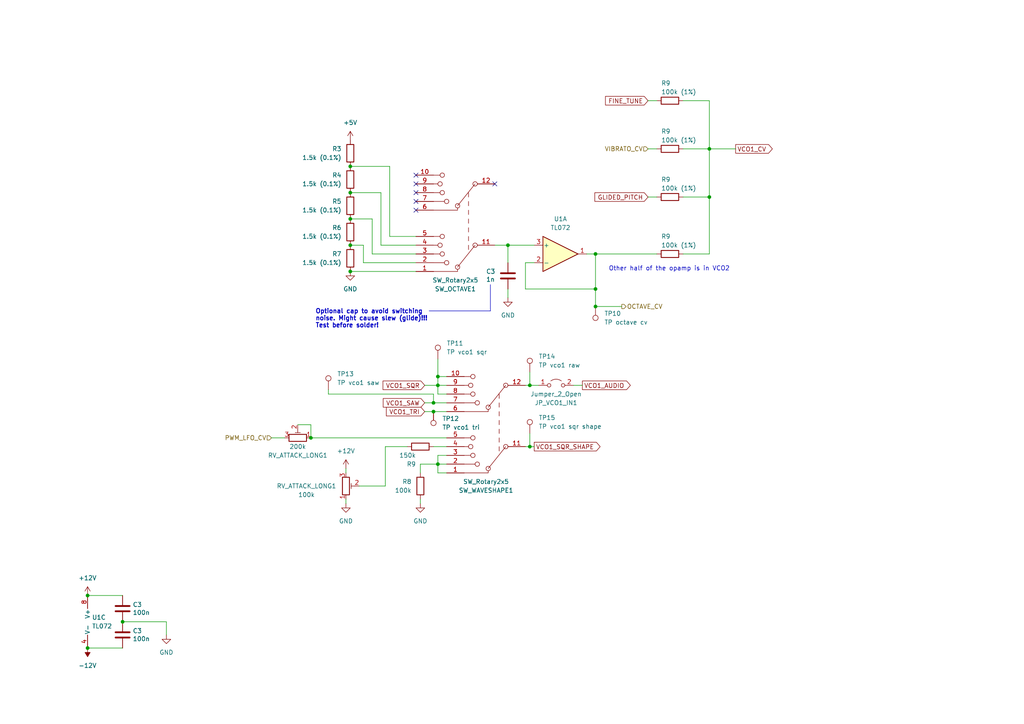
<source format=kicad_sch>
(kicad_sch (version 20231120) (generator "eeschema") (generator_version "8.0")
  (paper "A4")
  (lib_symbols
    (symbol "Amplifier_Operational:TL072" (pin_names (offset 0.127))
      (property "Reference" "U" (at 0 5.08 0))
      (property "Value" "TL072" (at 0 -5.08 0))
      (symbol "TL072_1_1"
        (polyline (pts (xy -5.08 5.08) (xy 5.08 0) (xy -5.08 -5.08) (xy -5.08 5.08)) (stroke (width 0.254)) (fill (type background)))
        (pin output line (at 7.62 0 180) (length 2.54) (name "~") (number "1"))
        (pin input line (at -7.62 -2.54 0) (length 2.54) (name "-") (number "2"))
        (pin input line (at -7.62 2.54 0) (length 2.54) (name "+") (number "3"))
      )
      (symbol "TL072_2_1"
        (polyline (pts (xy -5.08 5.08) (xy 5.08 0) (xy -5.08 -5.08) (xy -5.08 5.08)) (stroke (width 0.254)) (fill (type background)))
        (pin input line (at -7.62 2.54 0) (length 2.54) (name "+") (number "5"))
        (pin input line (at -7.62 -2.54 0) (length 2.54) (name "-") (number "6"))
        (pin output line (at 7.62 0 180) (length 2.54) (name "~") (number "7"))
      )
      (symbol "TL072_3_1"
        (pin power_in line (at -2.54 -7.62 90) (length 3.81) (name "V-") (number "4"))
        (pin power_in line (at -2.54 7.62 270) (length 3.81) (name "V+") (number "8"))
      )
    )
    (symbol "Connector:TestPoint" (pin_numbers hide) (pin_names (offset 0.762) hide)
      (property "Reference" "TP" (at 0 6.858 0))
      (property "Value" "TestPoint" (at 0 5.08 0))
      (symbol "TestPoint_0_1"
        (circle (center 0 3.302) (radius 0.762))
      )
      (symbol "TestPoint_1_1"
        (pin passive line (at 0 0 90) (length 2.54) (name "1") (number "1"))
      )
    )
    (symbol "Device:C" (pin_numbers hide) (pin_names (offset 0.254))
      (property "Reference" "C" (at 0.635 2.54 0))
      (property "Value" "C" (at 0.635 -2.54 0))
      (symbol "C_0_1"
        (polyline (pts (xy -2.032 -0.762) (xy 2.032 -0.762)) (stroke (width 0.508)))
        (polyline (pts (xy -2.032 0.762) (xy 2.032 0.762)) (stroke (width 0.508)))
      )
      (symbol "C_1_1"
        (pin passive line (at 0 3.81 270) (length 2.794) (name "~") (number "1"))
        (pin passive line (at 0 -3.81 90) (length 2.794) (name "~") (number "2"))
      )
    )
    (symbol "Device:R" (pin_numbers hide) (pin_names (offset 0))
      (property "Reference" "R" (at 2.032 0 90))
      (property "Value" "R" (at 0 0 90))
      (symbol "R_0_1"
        (rectangle (start -1.016 -2.54) (end 1.016 2.54) (stroke (width 0.254)))
      )
      (symbol "R_1_1"
        (pin passive line (at 0 3.81 270) (length 1.27) (name "~") (number "1"))
        (pin passive line (at 0 -3.81 90) (length 1.27) (name "~") (number "2"))
      )
    )
    (symbol "Device:R_Potentiometer_Trim" (pin_names (offset 1.016) hide)
      (property "Reference" "RV" (at -4.445 0 90))
      (property "Value" "R_Potentiometer_Trim" (at -2.54 0 90))
      (symbol "R_Potentiometer_Trim_0_1"
        (polyline (pts (xy 1.524 0.762) (xy 1.524 -0.762)))
        (polyline (pts (xy 2.54 0) (xy 1.524 0)))
        (rectangle (start 1.016 2.54) (end -1.016 -2.54) (stroke (width 0.254)))
      )
      (symbol "R_Potentiometer_Trim_1_1"
        (pin passive line (at 0 3.81 270) (length 1.27) (name "1") (number "1"))
        (pin passive line (at 3.81 0 180) (length 1.27) (name "2") (number "2"))
        (pin passive line (at 0 -3.81 90) (length 1.27) (name "3") (number "3"))
      )
    )
    (symbol "Jumper:Jumper_2_Open" (pin_names (offset 0) hide)
      (property "Reference" "JP" (at 0 2.794 0))
      (property "Value" "Jumper_2_Open" (at 0 -2.286 0))
      (symbol "Jumper_2_Open_0_0"
        (circle (center -2.032 0) (radius 0.508))
        (circle (center 2.032 0) (radius 0.508))
      )
      (symbol "Jumper_2_Open_0_1"
        (arc (start 1.524 1.27) (mid 0 1.778) (end -1.524 1.27))
      )
      (symbol "Jumper_2_Open_1_1"
        (pin passive line (at -5.08 0 0) (length 2.54) (name "A") (number "1"))
        (pin passive line (at 5.08 0 180) (length 2.54) (name "B") (number "2"))
      )
    )
    (symbol "Shmoergh-Custom-Components:SW_Rotary2x5" (pin_names (offset 1.016) hide)
      (property "Reference" "SW" (at 0 17.78 0))
      (property "Value" "SW_Rotary2x5" (at 0 -17.78 0))
      (symbol "SW_Rotary2x5_0_0"
        (circle (center -4.445 -10.16) (radius 0.635))
        (circle (center -4.445 7.62) (radius 0.635))
        (polyline (pts (xy -4.445 -10.16) (xy 0.635 -3.81)))
        (polyline (pts (xy -4.445 7.62) (xy 0.635 13.97)))
        (polyline (pts (xy -2.54 -7.62) (xy -2.54 -6.35)))
        (polyline (pts (xy -2.54 -5.08) (xy -2.54 -3.81)))
        (polyline (pts (xy -2.54 -2.54) (xy -2.54 -1.27)))
        (polyline (pts (xy -2.54 0) (xy -2.54 1.27)))
        (polyline (pts (xy -2.54 2.54) (xy -2.54 3.81)))
        (polyline (pts (xy -2.54 5.08) (xy -2.54 6.35)))
        (polyline (pts (xy -2.54 7.62) (xy -2.54 8.89)))
        (polyline (pts (xy 4.445 -5.08) (xy 7.62 -5.08)))
        (polyline (pts (xy 4.445 12.7) (xy 7.62 12.7)))
        (polyline (pts (xy 5.715 -12.7) (xy 7.62 -12.7)))
        (polyline (pts (xy 5.715 -7.62) (xy 7.62 -7.62)))
        (polyline (pts (xy 5.715 5.08) (xy 7.62 5.08)))
        (polyline (pts (xy 5.715 10.16) (xy 7.62 10.16)))
        (polyline (pts (xy 6.35 -10.16) (xy 7.62 -10.16)))
        (polyline (pts (xy 6.35 7.62) (xy 7.62 7.62)))
        (polyline (pts (xy 0.635 -3.175) (xy 0.635 -2.54) (xy 7.62 -2.54)))
        (polyline (pts (xy 0.635 14.605) (xy 0.635 15.24) (xy 7.62 15.24)))
        (circle (center 0.635 -3.81) (radius 0.635))
        (circle (center 0.635 13.97) (radius 0.635))
        (circle (center 3.81 -5.08) (radius 0.635))
        (circle (center 3.81 12.7) (radius 0.635))
        (circle (center 5.08 -12.7) (radius 0.635))
        (circle (center 5.08 -7.62) (radius 0.635))
        (circle (center 5.08 5.08) (radius 0.635))
        (circle (center 5.08 10.16) (radius 0.635))
        (circle (center 5.715 -10.16) (radius 0.635))
        (circle (center 5.715 7.62) (radius 0.635))
      )
      (symbol "SW_Rotary2x5_0_1"
        (pin passive line (at 12.7 15.24 180) (length 5.08) (name "1") (number "1"))
        (pin passive line (at 12.7 12.7 180) (length 5.08) (name "2") (number "2"))
        (pin passive line (at 12.7 10.16 180) (length 5.08) (name "3") (number "3"))
        (pin passive line (at 12.7 7.62 180) (length 5.08) (name "4") (number "4"))
        (pin passive line (at 12.7 5.08 180) (length 5.08) (name "5") (number "5"))
      )
      (symbol "SW_Rotary2x5_1_1"
        (pin passive line (at 12.7 -12.7 180) (length 5.08) (name "10") (number "10"))
        (pin passive line (at -10.16 7.62 0) (length 5.08) (name "11") (number "11"))
        (pin passive line (at -10.16 -10.16 0) (length 5.08) (name "12") (number "12"))
        (pin passive line (at 12.7 -2.54 180) (length 5.08) (name "6") (number "6"))
        (pin passive line (at 12.7 -5.08 180) (length 5.08) (name "7") (number "7"))
        (pin passive line (at 12.7 -7.62 180) (length 5.08) (name "8") (number "8"))
        (pin passive line (at 12.7 -10.16 180) (length 5.08) (name "9") (number "9"))
      )
    )
    (symbol "power:+12V" (power) (pin_names (offset 0))
      (property "Value" "+12V" (at 0 3.556 0))
      (symbol "+12V_0_1"
        (polyline (pts (xy -0.762 1.27) (xy 0 2.54)))
        (polyline (pts (xy 0 0) (xy 0 2.54)))
        (polyline (pts (xy 0 2.54) (xy 0.762 1.27)))
      )
      (symbol "+12V_1_1"
        (pin power_in line (at 0 0 90) (length 0) hide (name "+12V") (number "1"))
      )
    )
    (symbol "power:+5V" (power) (pin_names (offset 0))
      (property "Value" "+5V" (at 0 3.556 0))
      (symbol "+5V_0_1"
        (polyline (pts (xy -0.762 1.27) (xy 0 2.54)))
        (polyline (pts (xy 0 0) (xy 0 2.54)))
        (polyline (pts (xy 0 2.54) (xy 0.762 1.27)))
      )
      (symbol "+5V_1_1"
        (pin power_in line (at 0 0 90) (length 0) hide (name "+5V") (number "1"))
      )
    )
    (symbol "power:-12V" (power) (pin_names (offset 0))
      (property "Value" "-12V" (at 0 3.81 0))
      (symbol "-12V_0_0"
        (pin power_in line (at 0 0 90) (length 0) hide (name "-12V") (number "1"))
      )
      (symbol "-12V_0_1"
        (polyline (pts (xy 0 0) (xy 0 1.27) (xy 0.762 1.27) (xy 0 2.54) (xy -0.762 1.27) (xy 0 1.27)) (fill (type outline)))
      )
    )
    (symbol "power:GND" (power) (pin_names (offset 0))
      (property "Value" "GND" (at 0 -3.81 0))
      (symbol "GND_0_1"
        (polyline (pts (xy 0 0) (xy 0 -1.27) (xy 1.27 -1.27) (xy 0 -2.54) (xy -1.27 -1.27) (xy 0 -1.27)))
      )
      (symbol "GND_1_1"
        (pin power_in line (at 0 0 270) (length 0) hide (name "GND") (number "1"))
      )
    )
  )
  (junction (at 101.6 48.26))
  (junction (at 35.56 180.34))
  (junction (at 172.72 88.9))
  (junction (at 172.72 73.66))
  (junction (at 172.72 83.82))
  (junction (at 127 134.62))
  (junction (at 127 111.76))
  (junction (at 205.74 43.18))
  (junction (at 101.6 55.88))
  (junction (at 125.73 116.84))
  (junction (at 147.32 71.12))
  (junction (at 101.6 63.5))
  (junction (at 153.67 129.54))
  (junction (at 125.73 119.38))
  (junction (at 101.6 71.12))
  (junction (at 25.4 187.96))
  (junction (at 153.67 111.76))
  (junction (at 25.4 172.72))
  (junction (at 127 109.22))
  (junction (at 90.17 127))
  (junction (at 205.74 57.15))
  (junction (at 101.6 78.74))
  (no_connect (at 120.65 50.8))
  (no_connect (at 120.65 58.42))
  (no_connect (at 120.65 55.88))
  (no_connect (at 143.51 53.34))
  (no_connect (at 120.65 53.34))
  (no_connect (at 120.65 60.96))
  (wire (pts (xy 127 111.76) (xy 123.19 111.76)))
  (wire (pts (xy 110.49 71.12) (xy 120.65 71.12)))
  (wire (pts (xy 143.51 71.12) (xy 147.32 71.12)))
  (wire (pts (xy 107.95 63.5) (xy 107.95 73.66)))
  (wire (pts (xy 121.92 146.05) (xy 121.92 144.78)))
  (wire (pts (xy 129.54 132.08) (xy 127 132.08)))
  (wire (pts (xy 187.96 43.18) (xy 190.5 43.18)))
  (wire (pts (xy 125.73 116.84) (xy 129.54 116.84)))
  (wire (pts (xy 187.96 57.15) (xy 190.5 57.15)))
  (wire (pts (xy 90.17 123.19) (xy 90.17 127)))
  (wire (pts (xy 107.95 73.66) (xy 120.65 73.66)))
  (wire (pts (xy 101.6 71.12) (xy 105.41 71.12)))
  (wire (pts (xy 147.32 83.82) (xy 147.32 86.36)))
  (wire (pts (xy 172.72 83.82) (xy 172.72 73.66)))
  (wire (pts (xy 125.73 119.38) (xy 129.54 119.38)))
  (wire (pts (xy 205.74 43.18) (xy 213.36 43.18)))
  (wire (pts (xy 153.67 129.54) (xy 152.4 129.54)))
  (wire (pts (xy 125.73 129.54) (xy 129.54 129.54)))
  (wire (pts (xy 154.94 129.54) (xy 153.67 129.54)))
  (wire (pts (xy 205.74 73.66) (xy 205.74 57.15)))
  (wire (pts (xy 172.72 73.66) (xy 170.18 73.66)))
  (wire (pts (xy 78.74 127) (xy 82.55 127)))
  (wire (pts (xy 127 114.3) (xy 129.54 114.3)))
  (wire (pts (xy 90.17 127) (xy 129.54 127)))
  (wire (pts (xy 127 109.22) (xy 127 111.76)))
  (wire (pts (xy 123.19 116.84) (xy 125.73 116.84)))
  (wire (pts (xy 127 111.76) (xy 127 114.3)))
  (wire (pts (xy 127 104.14) (xy 127 109.22)))
  (wire (pts (xy 198.12 43.18) (xy 205.74 43.18)))
  (wire (pts (xy 127 132.08) (xy 127 134.62)))
  (polyline (pts (xy 142.24 82.55) (xy 142.24 90.17)))
  (wire (pts (xy 198.12 29.21) (xy 205.74 29.21)))
  (wire (pts (xy 127 137.16) (xy 127 134.62)))
  (wire (pts (xy 48.26 184.15) (xy 48.26 180.34)))
  (wire (pts (xy 172.72 88.9) (xy 180.34 88.9)))
  (wire (pts (xy 152.4 76.2) (xy 152.4 83.82)))
  (wire (pts (xy 111.76 129.54) (xy 118.11 129.54)))
  (wire (pts (xy 104.14 140.97) (xy 111.76 140.97)))
  (wire (pts (xy 25.4 187.96) (xy 35.56 187.96)))
  (wire (pts (xy 113.03 68.58) (xy 120.65 68.58)))
  (wire (pts (xy 147.32 71.12) (xy 147.32 76.2)))
  (wire (pts (xy 105.41 71.12) (xy 105.41 76.2)))
  (wire (pts (xy 172.72 88.9) (xy 172.72 83.82)))
  (wire (pts (xy 172.72 73.66) (xy 190.5 73.66)))
  (wire (pts (xy 152.4 83.82) (xy 172.72 83.82)))
  (wire (pts (xy 113.03 48.26) (xy 113.03 68.58)))
  (wire (pts (xy 100.33 135.89) (xy 100.33 137.16)))
  (wire (pts (xy 101.6 55.88) (xy 110.49 55.88)))
  (wire (pts (xy 153.67 111.76) (xy 156.21 111.76)))
  (wire (pts (xy 101.6 78.74) (xy 120.65 78.74)))
  (wire (pts (xy 121.92 134.62) (xy 127 134.62)))
  (wire (pts (xy 198.12 73.66) (xy 205.74 73.66)))
  (wire (pts (xy 125.73 114.3) (xy 125.73 116.84)))
  (wire (pts (xy 205.74 43.18) (xy 205.74 57.15)))
  (wire (pts (xy 127 111.76) (xy 129.54 111.76)))
  (wire (pts (xy 105.41 76.2) (xy 120.65 76.2)))
  (wire (pts (xy 147.32 71.12) (xy 154.94 71.12)))
  (wire (pts (xy 25.4 172.72) (xy 35.56 172.72)))
  (wire (pts (xy 86.36 123.19) (xy 90.17 123.19)))
  (wire (pts (xy 123.19 119.38) (xy 125.73 119.38)))
  (wire (pts (xy 111.76 140.97) (xy 111.76 129.54)))
  (wire (pts (xy 101.6 63.5) (xy 107.95 63.5)))
  (wire (pts (xy 154.94 76.2) (xy 152.4 76.2)))
  (wire (pts (xy 127 134.62) (xy 129.54 134.62)))
  (wire (pts (xy 95.25 114.3) (xy 125.73 114.3)))
  (wire (pts (xy 48.26 180.34) (xy 35.56 180.34)))
  (wire (pts (xy 110.49 55.88) (xy 110.49 71.12)))
  (wire (pts (xy 95.25 113.03) (xy 95.25 114.3)))
  (wire (pts (xy 121.92 137.16) (xy 121.92 134.62)))
  (wire (pts (xy 129.54 137.16) (xy 127 137.16)))
  (wire (pts (xy 205.74 29.21) (xy 205.74 43.18)))
  (wire (pts (xy 100.33 146.05) (xy 100.33 144.78)))
  (wire (pts (xy 153.67 125.73) (xy 153.67 129.54)))
  (wire (pts (xy 166.37 111.76) (xy 168.91 111.76)))
  (polyline (pts (xy 124.46 90.17) (xy 142.24 90.17)))
  (wire (pts (xy 187.96 29.21) (xy 190.5 29.21)))
  (wire (pts (xy 153.67 111.76) (xy 152.4 111.76)))
  (wire (pts (xy 205.74 57.15) (xy 198.12 57.15)))
  (wire (pts (xy 101.6 48.26) (xy 113.03 48.26)))
  (wire (pts (xy 153.67 107.95) (xy 153.67 111.76)))
  (wire (pts (xy 129.54 109.22) (xy 127 109.22)))
  (text "Other half of the opamp is in VCO2" (at 176.53 78.74 0) (effects (font (size 1.27 1.27)) (justify left bottom)))
  (text "Optional cap to avoid switching\nnoise. Might cause slew (glide)!!!\nTest before solder!" (at 91.44 95.25 0) (effects (font (size 1.27 1.27) (thickness 0.254) (bold yes)) (justify left bottom)))
  (global_label "VCO1_SQR" (shape input) (at 123.19 111.76 180) (property "Intersheetrefs" "${INTERSHEET_REFS}" (effects (hide yes))))
  (global_label "VCO1_SQR_SHAPE" (shape output) (at 154.94 129.54 0) (property "Intersheetrefs" "${INTERSHEET_REFS}" (effects (hide yes))))
  (global_label "VCO1_TRI" (shape input) (at 123.19 119.38 180) (property "Intersheetrefs" "${INTERSHEET_REFS}" (effects (hide yes))))
  (global_label "VCO1_AUDIO" (shape output) (at 168.91 111.76 0) (property "Intersheetrefs" "${INTERSHEET_REFS}" (effects (hide yes))))
  (global_label "VCO1_CV" (shape output) (at 213.36 43.18 0) (property "Intersheetrefs" "${INTERSHEET_REFS}" (effects (hide yes))))
  (global_label "FINE_TUNE" (shape input) (at 187.96 29.21 180) (property "Intersheetrefs" "${INTERSHEET_REFS}" (effects (hide yes))))
  (global_label "GLIDED_PITCH" (shape input) (at 187.96 57.15 180) (property "Intersheetrefs" "${INTERSHEET_REFS}" (effects (hide yes))))
  (global_label "VCO1_SAW" (shape input) (at 123.19 116.84 180) (property "Intersheetrefs" "${INTERSHEET_REFS}" (effects (hide yes))))
  (hierarchical_label "VIBRATO_CV" (shape input) (at 187.96 43.18 180))
  (hierarchical_label "OCTAVE_CV" (shape output) (at 180.34 88.9 0))
  (hierarchical_label "PWM_LFO_CV" (shape input) (at 78.74 127 180))
  (symbol (lib_id "Device:R") (at 121.92 129.54 90) (mirror x) (unit 1)
    (property "Reference" "R9" (at 120.65 134.62 90) (effects (justify left)))
    (property "Value" "150k" (at 120.65 132.08 90) (effects (justify left)))
    (property "Footprint" "Shmoergh_Custom_Footprints:R_Axial_DIN0207_L6.3mm_D2.5mm_P7.62mm_Horizontal" (effects (hide yes)))
    (instances (project "ui-rev-3" (path "" (reference "R9") (unit 1)) (path "" (reference "R8") (unit 1))))
  )
  (symbol (lib_id "Jumper:Jumper_2_Open") (at 161.29 111.76 0) (unit 1)
    (property "Reference" "JP_VCO1_IN1" (at 161.29 116.84 0))
    (property "Value" "Jumper_2_Open" (at 161.29 114.3 0))
    (property "Footprint" "Connector_PinHeader_2.54mm:PinHeader_1x02_P2.54mm_Vertical" (effects (hide yes)))
  )
  (symbol (lib_id "power:GND") (at 121.92 146.05 0) (unit 1)
    (property "Reference" "#PWR028" (effects (hide yes)))
    (property "Value" "GND" (at 121.92 151.13 0))
    (instances (project "ui-rev-3" (path "" (reference "#PWR028") (unit 1)) (path "" (reference "#PWR054") (unit 1))))
  )
  (symbol (lib_id "Amplifier_Operational:TL072") (at 162.56 73.66 0) (unit 1)
    (property "Reference" "U1" (at 162.56 63.5 0))
    (property "Value" "TL072" (at 162.56 66.04 0))
    (property "Footprint" "PCM_Package_DIP_AKL:DIP-8_W7.62mm_Socket_LongPads" (effects (hide yes)))
    (property "Datasheet" "http://www.ti.com/lit/ds/symlink/tl071.pdf" (effects (hide yes)))
  )
  (symbol (lib_id "power:GND") (at 48.26 184.15 0) (unit 1)
    (property "Reference" "#PWR028" (effects (hide yes)))
    (property "Value" "GND" (at 48.26 189.23 0))
  )
  (symbol (lib_id "Device:R") (at 194.31 43.18 270) (mirror x) (unit 1)
    (property "Reference" "R9" (at 191.77 38.1 90) (effects (justify left)))
    (property "Value" "100k (1%)" (at 191.77 40.64 90) (effects (justify left)))
    (property "Footprint" "Shmoergh_Custom_Footprints:R_Axial_DIN0207_L6.3mm_D2.5mm_P7.62mm_Horizontal" (effects (hide yes)))
    (instances (project "ui-rev-3" (path "" (reference "R9") (unit 1)) (path "" (reference "R12") (unit 1))))
  )
  (symbol (lib_id "Device:R") (at 101.6 44.45 0) (mirror y) (unit 1)
    (property "Reference" "R3" (at 99.06 43.18 0) (effects (justify left)))
    (property "Value" "1.5k (0.1%)" (at 99.06 45.72 0) (effects (justify left)))
    (property "Footprint" "Shmoergh_Custom_Footprints:R_Axial_DIN0207_L6.3mm_D2.5mm_P7.62mm_Horizontal" (effects (hide yes)))
  )
  (symbol (lib_id "Device:R") (at 194.31 57.15 270) (mirror x) (unit 1)
    (property "Reference" "R9" (at 191.77 52.07 90) (effects (justify left)))
    (property "Value" "100k (1%)" (at 191.77 54.61 90) (effects (justify left)))
    (property "Footprint" "Shmoergh_Custom_Footprints:R_Axial_DIN0207_L6.3mm_D2.5mm_P7.62mm_Horizontal" (effects (hide yes)))
    (instances (project "ui-rev-3" (path "" (reference "R9") (unit 1)) (path "" (reference "R13") (unit 1))))
  )
  (symbol (lib_id "Device:C") (at 35.56 176.53 0) (unit 1)
    (property "Reference" "C3" (at 38.481 175.3616 0) (effects (justify left)))
    (property "Value" "100n" (at 38.481 177.673 0) (effects (justify left)))
    (property "Footprint" "Capacitor_THT:C_Disc_D3.0mm_W2.0mm_P2.50mm" (effects (hide yes)))
    (instances (project "hog-f1-voice" (path "" (reference "C3") (unit 1))) (project "ui-rev-3" (path "" (reference "C9") (unit 1)) (path "" (reference "C7") (unit 1))))
  )
  (symbol (lib_id "power:GND") (at 101.6 78.74 0) (unit 1)
    (property "Reference" "#PWR026" (effects (hide yes)))
    (property "Value" "GND" (at 101.6 83.82 0))
    (instances (project "ui-rev-3" (path "" (reference "#PWR026") (unit 1)) (path "" (reference "#PWR053") (unit 1))))
  )
  (symbol (lib_id "Device:R") (at 121.92 140.97 0) (mirror y) (unit 1)
    (property "Reference" "R8" (at 119.38 139.7 0) (effects (justify left)))
    (property "Value" "100k" (at 119.38 142.24 0) (effects (justify left)))
    (property "Footprint" "Shmoergh_Custom_Footprints:R_Axial_DIN0207_L6.3mm_D2.5mm_P7.62mm_Horizontal" (effects (hide yes)))
    (instances (project "ui-rev-3" (path "" (reference "R8") (unit 1)) (path "" (reference "R9") (unit 1))))
  )
  (symbol (lib_id "Connector:TestPoint") (at 127 104.14 0) (unit 1)
    (property "Reference" "TP2" (at 129.54 99.568 0) (effects (justify left)))
    (property "Value" "TP vco1 sqr" (at 129.54 102.108 0) (effects (justify left)))
    (property "Footprint" "TestPoint:TestPoint_THTPad_2.0x2.0mm_Drill1.0mm" (effects (hide yes)))
    (instances (project "ui-rev-3" (path "" (reference "TP11") (unit 1)) (path "" (reference "TP2") (unit 1))))
  )
  (symbol (lib_id "Device:R") (at 101.6 59.69 0) (mirror y) (unit 1)
    (property "Reference" "R5" (at 99.06 58.42 0) (effects (justify left)))
    (property "Value" "1.5k (0.1%)" (at 99.06 60.96 0) (effects (justify left)))
    (property "Footprint" "Shmoergh_Custom_Footprints:R_Axial_DIN0207_L6.3mm_D2.5mm_P7.62mm_Horizontal" (effects (hide yes)))
  )
  (symbol (lib_id "Device:C") (at 147.32 80.01 0) (unit 1)
    (property "Reference" "C3" (at 140.97 78.74 0) (effects (justify left)))
    (property "Value" "1n" (at 140.97 81.0514 0) (effects (justify left)))
    (property "Footprint" "Capacitor_THT:C_Disc_D3.0mm_W2.0mm_P2.50mm" (effects (hide yes)))
    (instances (project "hog-f1-voice" (path "" (reference "C3") (unit 1))) (project "ui-rev-3" (path "" (reference "C11") (unit 1)) (path "" (reference "C7") (unit 1)) (path "" (reference "C3") (unit 1))))
  )
  (symbol (lib_id "Connector:TestPoint") (at 95.25 113.03 0) (unit 1)
    (property "Reference" "TP2" (at 97.79 108.458 0) (effects (justify left)))
    (property "Value" "TP vco1 saw" (at 97.79 110.998 0) (effects (justify left)))
    (property "Footprint" "TestPoint:TestPoint_THTPad_2.0x2.0mm_Drill1.0mm" (effects (hide yes)))
    (instances (project "ui-rev-3" (path "" (reference "TP13") (unit 1)) (path "" (reference "TP2") (unit 1))))
  )
  (symbol (lib_id "power:GND") (at 100.33 146.05 0) (unit 1)
    (property "Reference" "#PWR029" (effects (hide yes)))
    (property "Value" "GND" (at 100.33 151.13 0))
    (instances (project "ui-rev-3" (path "" (reference "#PWR029") (unit 1)) (path "" (reference "#PWR030") (unit 1))))
  )
  (symbol (lib_id "Connector:TestPoint") (at 172.72 88.9 180) (unit 1)
    (property "Reference" "TP2" (at 175.26 90.932 0) (effects (justify right)))
    (property "Value" "TP octave cv" (at 175.26 93.472 0) (effects (justify right)))
    (property "Footprint" "TestPoint:TestPoint_THTPad_2.0x2.0mm_Drill1.0mm" (effects (hide yes)))
    (instances (project "ui-rev-3" (path "" (reference "TP10") (unit 1)) (path "" (reference "TP2") (unit 1))))
  )
  (symbol (lib_id "Device:R_Potentiometer_Trim") (at 86.36 127 270) (mirror x) (unit 1)
    (property "Reference" "RV_ATTACK_LONG1" (at 86.36 132.08 90))
    (property "Value" "200k" (at 86.36 129.54 90))
    (property "Footprint" "Potentiometer_THT:Potentiometer_Runtron_RM-065_Vertical" (effects (hide yes)))
    (instances (project "hog-f1-router" (path "" (reference "RV_ATTACK_LONG1") (unit 1))) (project "ui-rev-3" (path "" (reference "RV_ATTACK_LONG3") (unit 1)) (path "" (reference "RV_PWM_LEVEL1") (unit 1)) (path "" (reference "RV_ATTACK_LONG1") (unit 1))))
  )
  (symbol (lib_id "Connector:TestPoint") (at 125.73 119.38 180) (unit 1)
    (property "Reference" "TP2" (at 128.27 121.412 0) (effects (justify right)))
    (property "Value" "TP vco1 tri" (at 128.27 123.952 0) (effects (justify right)))
    (property "Footprint" "TestPoint:TestPoint_THTPad_2.0x2.0mm_Drill1.0mm" (effects (hide yes)))
    (instances (project "ui-rev-3" (path "" (reference "TP12") (unit 1)) (path "" (reference "TP2") (unit 1))))
  )
  (symbol (lib_id "power:GND") (at 147.32 86.36 0) (unit 1)
    (property "Reference" "#PWR096" (effects (hide yes)))
    (property "Value" "GND" (at 147.32 91.44 0))
  )
  (symbol (lib_id "Device:R") (at 194.31 29.21 270) (mirror x) (unit 1)
    (property "Reference" "R9" (at 191.77 24.13 90) (effects (justify left)))
    (property "Value" "100k (1%)" (at 191.77 26.67 90) (effects (justify left)))
    (property "Footprint" "Shmoergh_Custom_Footprints:R_Axial_DIN0207_L6.3mm_D2.5mm_P7.62mm_Horizontal" (effects (hide yes)))
    (instances (project "ui-rev-3" (path "" (reference "R9") (unit 1)) (path "" (reference "R11") (unit 1))))
  )
  (symbol (lib_id "Device:R") (at 101.6 74.93 0) (mirror y) (unit 1)
    (property "Reference" "R7" (at 99.06 73.66 0) (effects (justify left)))
    (property "Value" "1.5k (0.1%)" (at 99.06 76.2 0) (effects (justify left)))
    (property "Footprint" "Shmoergh_Custom_Footprints:R_Axial_DIN0207_L6.3mm_D2.5mm_P7.62mm_Horizontal" (effects (hide yes)))
  )
  (symbol (lib_id "Amplifier_Operational:TL072") (at 27.94 180.34 0) (unit 3)
    (property "Reference" "U1" (at 26.67 179.07 0) (effects (justify left)))
    (property "Value" "TL072" (at 26.67 181.61 0) (effects (justify left)))
    (property "Footprint" "PCM_Package_DIP_AKL:DIP-8_W7.62mm_Socket_LongPads" (effects (hide yes)))
    (property "Datasheet" "http://www.ti.com/lit/ds/symlink/tl071.pdf" (effects (hide yes)))
  )
  (symbol (lib_id "Device:R") (at 194.31 73.66 270) (mirror x) (unit 1)
    (property "Reference" "R9" (at 191.77 68.58 90) (effects (justify left)))
    (property "Value" "100k (1%)" (at 191.77 71.12 90) (effects (justify left)))
    (property "Footprint" "Shmoergh_Custom_Footprints:R_Axial_DIN0207_L6.3mm_D2.5mm_P7.62mm_Horizontal" (effects (hide yes)))
    (instances (project "ui-rev-3" (path "" (reference "R9") (unit 1)) (path "" (reference "R32") (unit 1))))
  )
  (symbol (lib_id "Device:R_Potentiometer_Trim") (at 100.33 140.97 0) (mirror x) (unit 1)
    (property "Reference" "RV_ATTACK_LONG1" (at 88.9 140.97 0))
    (property "Value" "100k" (at 88.9 143.51 0))
    (property "Footprint" "Potentiometer_THT:Potentiometer_Runtron_RM-065_Vertical" (effects (hide yes)))
    (instances (project "hog-f1-router" (path "" (reference "RV_ATTACK_LONG1") (unit 1))) (project "ui-rev-3" (path "" (reference "RV_ATTACK_LONG3") (unit 1)) (path "" (reference "RV_NARROW_WIDTH1") (unit 1)) (path "" (reference "RV_ATTACK_LONG1") (unit 1))))
  )
  (symbol (lib_id "Shmoergh-Custom-Components:SW_Rotary2x5") (at 133.35 63.5 180) (unit 1)
    (property "Reference" "SW_OCTAVE1" (at 132.08 83.82 0))
    (property "Value" "SW_Rotary2x5" (at 132.08 81.28 0))
    (property "Footprint" "Shmoergh_Custom_Footprints:SW_SR2512F-2x5-rotary" (effects (hide yes)))
    (property "Datasheet" "http://cdn-reichelt.de/documents/datenblatt/C200/DS-Serie%23LOR.pdf" (effects (hide yes)))
  )
  (symbol (lib_id "Connector:TestPoint") (at 153.67 125.73 0) (unit 1)
    (property "Reference" "TP2" (at 156.21 121.158 0) (effects (justify left)))
    (property "Value" "TP vco1 sqr shape" (at 156.21 123.698 0) (effects (justify left)))
    (property "Footprint" "TestPoint:TestPoint_THTPad_2.0x2.0mm_Drill1.0mm" (effects (hide yes)))
    (instances (project "ui-rev-3" (path "" (reference "TP15") (unit 1)) (path "" (reference "TP2") (unit 1))))
  )
  (symbol (lib_id "Device:R") (at 101.6 52.07 0) (mirror y) (unit 1)
    (property "Reference" "R4" (at 99.06 50.8 0) (effects (justify left)))
    (property "Value" "1.5k (0.1%)" (at 99.06 53.34 0) (effects (justify left)))
    (property "Footprint" "Shmoergh_Custom_Footprints:R_Axial_DIN0207_L6.3mm_D2.5mm_P7.62mm_Horizontal" (effects (hide yes)))
  )
  (symbol (lib_id "power:-12V") (at 25.4 187.96 180) (unit 1)
    (property "Reference" "#PWR027" (effects (hide yes)))
    (property "Value" "-12V" (at 25.4 193.04 0))
  )
  (symbol (lib_id "Shmoergh-Custom-Components:SW_Rotary2x5") (at 142.24 121.92 180) (unit 1)
    (property "Reference" "SW_WAVESHAPE1" (at 140.97 142.24 0))
    (property "Value" "SW_Rotary2x5" (at 140.97 139.7 0))
    (property "Footprint" "Shmoergh_Custom_Footprints:SW_SR2512F-2x5-rotary" (effects (hide yes)))
    (property "Datasheet" "http://cdn-reichelt.de/documents/datenblatt/C200/DS-Serie%23LOR.pdf" (effects (hide yes)))
  )
  (symbol (lib_id "Connector:TestPoint") (at 153.67 107.95 0) (unit 1)
    (property "Reference" "TP2" (at 156.21 103.378 0) (effects (justify left)))
    (property "Value" "TP vco1 raw" (at 156.21 105.918 0) (effects (justify left)))
    (property "Footprint" "TestPoint:TestPoint_THTPad_2.0x2.0mm_Drill1.0mm" (effects (hide yes)))
    (instances (project "ui-rev-3" (path "" (reference "TP14") (unit 1)) (path "" (reference "TP2") (unit 1))))
  )
  (symbol (lib_id "power:+5V") (at 101.6 40.64 0) (unit 1)
    (property "Reference" "#PWR027" (effects (hide yes)))
    (property "Value" "+5V" (at 101.6 35.56 0))
    (instances (project "ui-rev-3" (path "" (reference "#PWR027") (unit 1)) (path "" (reference "#PWR052") (unit 1))))
  )
  (symbol (lib_id "Device:C") (at 35.56 184.15 0) (unit 1)
    (property "Reference" "C3" (at 38.481 182.9816 0) (effects (justify left)))
    (property "Value" "100n" (at 38.481 185.293 0) (effects (justify left)))
    (property "Footprint" "Capacitor_THT:C_Disc_D3.0mm_W2.0mm_P2.50mm" (effects (hide yes)))
    (instances (project "hog-f1-voice" (path "" (reference "C3") (unit 1))) (project "ui-rev-3" (path "" (reference "C10") (unit 1)) (path "" (reference "C7") (unit 1))))
  )
  (symbol (lib_id "power:+12V") (at 25.4 172.72 0) (unit 1)
    (property "Reference" "#PWR026" (effects (hide yes)))
    (property "Value" "+12V" (at 25.4 167.64 0))
  )
  (symbol (lib_id "Device:R") (at 101.6 67.31 0) (mirror y) (unit 1)
    (property "Reference" "R6" (at 99.06 66.04 0) (effects (justify left)))
    (property "Value" "1.5k (0.1%)" (at 99.06 68.58 0) (effects (justify left)))
    (property "Footprint" "Shmoergh_Custom_Footprints:R_Axial_DIN0207_L6.3mm_D2.5mm_P7.62mm_Horizontal" (effects (hide yes)))
  )
  (symbol (lib_id "power:+12V") (at 100.33 135.89 0) (unit 1)
    (property "Reference" "#PWR030" (effects (hide yes)))
    (property "Value" "+12V" (at 100.33 130.81 0))
    (instances (project "ui-rev-3" (path "" (reference "#PWR030") (unit 1)) (path "" (reference "#PWR029") (unit 1))))
  )
)
</source>
